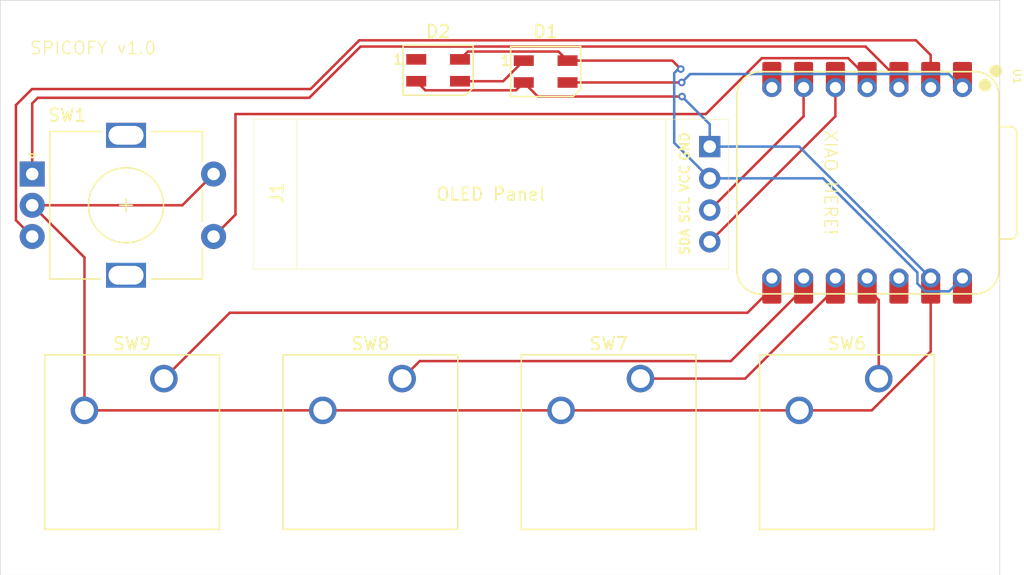
<source format=kicad_pcb>
(kicad_pcb (version 20241229) (generator "pcbnew") (generator_version "9.0")
  (layers (0 "F.Cu" signal) (2 "B.Cu" signal) (13 "F.Paste" user) (15 "B.Paste" user) (5 "F.SilkS" user "F.Silkscreen") (7 "B.SilkS" user "B.Silkscreen") (1 "F.Mask" user) (3 "B.Mask" user) (25 "Edge.Cuts" user))
  (net 0 "")
  (net 1 "Net-(D1-DIN)")
  (net 2 "GND")
  (net 3 "Net-(D1-DOUT)")
  (net 4 "+5V")
  (net 6 "Net-(J1-Pin_3)")
  (net 7 "Net-(J1-Pin_4)")
  (net 8 "Net-(U1-GPIO29{slash}ADC3{slash}A3)")
  (net 9 "Net-(U1-GPIO27{slash}ADC1{slash}A1)")
  (net 10 "Net-(U1-GPIO28{slash}ADC2{slash}A2)")
  (net 11 "Net-(U1-GPIO3{slash}MOSI)")
  (net 12 "Net-(U1-GPIO4{slash}MISO)")
  (net 13 "Net-(U1-GPIO2{slash}SCK)")
  (net 14 "Net-(U1-GPIO1{slash}RX)")
  (footprint "oled_0p91_hackday:SSD1306-0.91-OLED-4pin-128x32" (layer "F.Cu") (at 119.215 107.515)
    (property "Reference" "J1" (at 1.9 5.91 90) (layer "F.SilkS"))
    (property "Value" "Conn_01x04_Pin")
    (fp_line (start 0 0) (end 0 12) (stroke (width 0.04)) (layer "F.SilkS"))
    (fp_line (start 0 12) (end 38 12) (stroke (width 0.04)) (layer "F.SilkS"))
    (fp_line (start 3.5 0) (end 3.5 12) (stroke (width 0.04)) (layer "F.SilkS"))
    (fp_line (start 33 0) (end 33 12) (stroke (width 0.04)) (layer "F.SilkS"))
    (fp_line (start 38 0) (end 0 0) (stroke (width 0.04)) (layer "F.SilkS"))
    (fp_line (start 38 12) (end 38 0) (stroke (width 0.04)) (layer "F.SilkS"))
    (fp_text user "SDA" (at 34.5 9.81 270) (layer "F.SilkS") (effects (font (size 0.75 0.75))))
    (fp_text user "OLED Panel" (at 19 6 0) (layer "F.SilkS"))
    (fp_text user "GND" (at 34.5 2.19 270) (layer "F.SilkS") (effects (font (size 0.75 0.75))))
    (fp_text user "SCL" (at 34.5 7.27 270) (layer "F.SilkS") (effects (font (size 0.75 0.75))))
    (fp_text user "VCC" (at 34.5 4.73 270) (layer "F.SilkS") (effects (font (size 0.75 0.75))))
    (pad "1" thru_hole rect (at 36.5 2.19) (size 1.7 1.7) (drill 1) (layers "*.Cu" "*.Mask") (net 2 "GND"))
    (pad "2" thru_hole oval (at 36.5 4.73) (size 1.7 1.7) (drill 1) (layers "*.Cu" "*.Mask") (net 4 "+5V"))
    (pad "3" thru_hole oval (at 36.5 7.27) (size 1.7 1.7) (drill 1) (layers "*.Cu" "*.Mask") (net 6 "Net-(J1-Pin_3)"))
    (pad "4" thru_hole oval (at 36.5 9.81) (size 1.7 1.7) (drill 1) (layers "*.Cu" "*.Mask") (net 7 "Net-(J1-Pin_4)"))
  )
  (footprint "rotaryEncoders_hackday:RotaryEncoder_Alps_EC11E-Switch_Vertical_H20mm" (layer "F.Cu") (at 101.55 111.9)
    (property "Reference" "SW1" (at 2.8 -4.7 0) (layer "F.SilkS"))
    (property "Value" "RotaryEncoder_Switch")
    (fp_line (start -0.3 -1.6) (end 0.3 -1.6) (stroke (width 0.12)) (layer "F.SilkS"))
    (fp_line (start 0 -1.3) (end -0.3 -1.6) (stroke (width 0.12)) (layer "F.SilkS"))
    (fp_line (start 0.3 -1.6) (end 0 -1.3) (stroke (width 0.12)) (layer "F.SilkS"))
    (fp_line (start 1.4 -3.4) (end 1.4 8.4) (stroke (width 0.12)) (layer "F.SilkS"))
    (fp_line (start 5.5 -3.4) (end 1.4 -3.4) (stroke (width 0.12)) (layer "F.SilkS"))
    (fp_line (start 5.5 8.4) (end 1.4 8.4) (stroke (width 0.12)) (layer "F.SilkS"))
    (fp_line (start 7 2.5) (end 8 2.5) (stroke (width 0.12)) (layer "F.SilkS"))
    (fp_line (start 7.5 2) (end 7.5 3) (stroke (width 0.12)) (layer "F.SilkS"))
    (fp_line (start 9.5 -3.4) (end 13.6 -3.4) (stroke (width 0.12)) (layer "F.SilkS"))
    (fp_line (start 13.6 -3.4) (end 13.6 -1) (stroke (width 0.12)) (layer "F.SilkS"))
    (fp_line (start 13.6 1.2) (end 13.6 3.8) (stroke (width 0.12)) (layer "F.SilkS"))
    (fp_line (start 13.6 6) (end 13.6 8.4) (stroke (width 0.12)) (layer "F.SilkS"))
    (fp_line (start 13.6 8.4) (end 9.5 8.4) (stroke (width 0.12)) (layer "F.SilkS"))
    (fp_circle (center 7.5 2.5) (end 10.5 2.5) (stroke (width 0.12)) (fill no) (layer "F.SilkS"))
    (pad "A" thru_hole rect (at 0 0) (size 2 2) (drill 1) (layers "*.Cu" "*.Mask") (net 10 "Net-(U1-GPIO28{slash}ADC2{slash}A2)"))
    (pad "B" thru_hole circle (at 0 5) (size 2 2) (drill 1) (layers "*.Cu" "*.Mask") (net 9 "Net-(U1-GPIO27{slash}ADC1{slash}A1)"))
    (pad "C" thru_hole circle (at 0 2.5) (size 2 2) (drill 1) (layers "*.Cu" "*.Mask") (net 2 "GND"))
    (pad "MP" thru_hole rect (at 7.5 -3.1) (size 3.2 2) (drill oval 2.8 1.5) (layers "*.Cu" "*.Mask"))
    (pad "MP" thru_hole rect (at 7.5 8.1) (size 3.2 2) (drill oval 2.8 1.5) (layers "*.Cu" "*.Mask"))
    (pad "S1" thru_hole circle (at 14.5 5) (size 2 2) (drill 1) (layers "*.Cu" "*.Mask") (net 8 "Net-(U1-GPIO29{slash}ADC3{slash}A3)"))
    (pad "S2" thru_hole circle (at 14.5 0) (size 2 2) (drill 1) (layers "*.Cu" "*.Mask") (net 2 "GND"))
  )
  (footprint "LED_SMD:LED_SK6812MINI_PLCC4_3.5x3.5mm_P1.75mm" (layer "F.Cu") (at 142.6 103.7)
    (property "Reference" "D1" (at 0 -3.2 0) (layer "F.SilkS"))
    (property "Value" "SK6812MINI")
    (fp_line (start -2.8 -2) (end -2.8 2) (stroke (width 0.12)) (layer "F.SilkS"))
    (fp_line (start -2.8 -2) (end 2.8 -2) (stroke (width 0.12)) (layer "F.SilkS"))
    (fp_line (start -2.8 2) (end 2.2 2) (stroke (width 0.12)) (layer "F.SilkS"))
    (fp_line (start 2.8 1.4) (end 2.2 2) (stroke (width 0.12)) (layer "F.SilkS"))
    (fp_line (start 2.8 1.4) (end 2.8 -2) (stroke (width 0.12)) (layer "F.SilkS"))
    (fp_text user "1" (at -3.2 -0.875 0) (layer "F.SilkS") (effects (font (size 0.8 0.8))))
    (pad "1" smd rect (at -1.75 -0.875) (size 1.6 0.85) (layers "F.Cu" "F.Mask" "F.Paste") (net 3 "Net-(D1-DOUT)"))
    (pad "2" smd rect (at -1.75 0.875) (size 1.6 0.85) (layers "F.Cu" "F.Mask" "F.Paste") (net 2 "GND"))
    (pad "3" smd rect (at 1.75 0.875) (size 1.6 0.85) (layers "F.Cu" "F.Mask" "F.Paste") (net 1 "Net-(D1-DIN)"))
    (pad "4" smd rect (at 1.75 -0.875) (size 1.6 0.85) (layers "F.Cu" "F.Mask" "F.Paste") (net 4 "+5V"))
  )
  (footprint "Button_Switch_Keyboard:SW_Cherry_MX_1.00u_PCB" (layer "F.Cu") (at 131.1275 128.27)
    (property "Reference" "SW8" (at -2.54 -2.794 0) (layer "F.SilkS"))
    (property "Value" "SW_Push")
    (fp_line (start -9.525 -1.905) (end 4.445 -1.905) (stroke (width 0.12)) (layer "F.SilkS"))
    (fp_line (start -9.525 12.065) (end -9.525 -1.905) (stroke (width 0.12)) (layer "F.SilkS"))
    (fp_line (start 4.445 -1.905) (end 4.445 12.065) (stroke (width 0.12)) (layer "F.SilkS"))
    (fp_line (start 4.445 12.065) (end -9.525 12.065) (stroke (width 0.12)) (layer "F.SilkS"))
    (pad "" np_thru_hole circle (at -7.62 5.08) (size 1.7 1.7) (drill 1.7) (layers "*.Cu" "*.Mask"))
    (pad "" np_thru_hole circle (at -2.54 5.08) (size 4 4) (drill 4) (layers "*.Cu" "*.Mask"))
    (pad "" np_thru_hole circle (at 2.54 5.08) (size 1.7 1.7) (drill 1.7) (layers "*.Cu" "*.Mask"))
    (pad "1" thru_hole circle (at 0 0) (size 2.2 2.2) (drill 1.5) (layers "*.Cu" "*.Mask") (net 13 "Net-(U1-GPIO2{slash}SCK)"))
    (pad "2" thru_hole circle (at -6.35 2.54) (size 2.2 2.2) (drill 1.5) (layers "*.Cu" "*.Mask") (net 2 "GND"))
  )
  (footprint "Button_Switch_Keyboard:SW_Cherry_MX_1.00u_PCB" (layer "F.Cu") (at 150.1775 128.27)
    (property "Reference" "SW7" (at -2.54 -2.794 0) (layer "F.SilkS"))
    (property "Value" "SW_Push")
    (fp_line (start -9.525 -1.905) (end 4.445 -1.905) (stroke (width 0.12)) (layer "F.SilkS"))
    (fp_line (start -9.525 12.065) (end -9.525 -1.905) (stroke (width 0.12)) (layer "F.SilkS"))
    (fp_line (start 4.445 -1.905) (end 4.445 12.065) (stroke (width 0.12)) (layer "F.SilkS"))
    (fp_line (start 4.445 12.065) (end -9.525 12.065) (stroke (width 0.12)) (layer "F.SilkS"))
    (pad "" np_thru_hole circle (at -7.62 5.08) (size 1.7 1.7) (drill 1.7) (layers "*.Cu" "*.Mask"))
    (pad "" np_thru_hole circle (at -2.54 5.08) (size 4 4) (drill 4) (layers "*.Cu" "*.Mask"))
    (pad "" np_thru_hole circle (at 2.54 5.08) (size 1.7 1.7) (drill 1.7) (layers "*.Cu" "*.Mask"))
    (pad "1" thru_hole circle (at 0 0) (size 2.2 2.2) (drill 1.5) (layers "*.Cu" "*.Mask") (net 12 "Net-(U1-GPIO4{slash}MISO)"))
    (pad "2" thru_hole circle (at -6.35 2.54) (size 2.2 2.2) (drill 1.5) (layers "*.Cu" "*.Mask") (net 2 "GND"))
  )
  (footprint "LED_SMD:LED_SK6812MINI_PLCC4_3.5x3.5mm_P1.75mm" (layer "F.Cu") (at 134 103.6)
    (property "Reference" "D2" (at 0 -3.1 0) (layer "F.SilkS"))
    (property "Value" "SK6812MINI")
    (fp_line (start -2.8 -2) (end -2.8 2) (stroke (width 0.12)) (layer "F.SilkS"))
    (fp_line (start -2.8 -2) (end 2.8 -2) (stroke (width 0.12)) (layer "F.SilkS"))
    (fp_line (start -2.8 2) (end 2.2 2) (stroke (width 0.12)) (layer "F.SilkS"))
    (fp_line (start 2.8 1.4) (end 2.2 2) (stroke (width 0.12)) (layer "F.SilkS"))
    (fp_line (start 2.8 1.4) (end 2.8 -2) (stroke (width 0.12)) (layer "F.SilkS"))
    (fp_text user "1" (at -3.2 -0.875 0) (layer "F.SilkS") (effects (font (size 0.8 0.8))))
    (pad "1" smd rect (at -1.75 -0.875) (size 1.6 0.85) (layers "F.Cu" "F.Mask" "F.Paste"))
    (pad "2" smd rect (at -1.75 0.875) (size 1.6 0.85) (layers "F.Cu" "F.Mask" "F.Paste") (net 2 "GND"))
    (pad "3" smd rect (at 1.75 0.875) (size 1.6 0.85) (layers "F.Cu" "F.Mask" "F.Paste") (net 3 "Net-(D1-DOUT)"))
    (pad "4" smd rect (at 1.75 -0.875) (size 1.6 0.85) (layers "F.Cu" "F.Mask" "F.Paste") (net 4 "+5V"))
  )
  (footprint "Button_Switch_Keyboard:SW_Cherry_MX_1.00u_PCB" (layer "F.Cu") (at 112.0775 128.27)
    (property "Reference" "SW9" (at -2.54 -2.794 0) (layer "F.SilkS"))
    (property "Value" "SW_Push")
    (fp_line (start -9.525 -1.905) (end 4.445 -1.905) (stroke (width 0.12)) (layer "F.SilkS"))
    (fp_line (start -9.525 12.065) (end -9.525 -1.905) (stroke (width 0.12)) (layer "F.SilkS"))
    (fp_line (start 4.445 -1.905) (end 4.445 12.065) (stroke (width 0.12)) (layer "F.SilkS"))
    (fp_line (start 4.445 12.065) (end -9.525 12.065) (stroke (width 0.12)) (layer "F.SilkS"))
    (pad "" np_thru_hole circle (at -7.62 5.08) (size 1.7 1.7) (drill 1.7) (layers "*.Cu" "*.Mask"))
    (pad "" np_thru_hole circle (at -2.54 5.08) (size 4 4) (drill 4) (layers "*.Cu" "*.Mask"))
    (pad "" np_thru_hole circle (at 2.54 5.08) (size 1.7 1.7) (drill 1.7) (layers "*.Cu" "*.Mask"))
    (pad "1" thru_hole circle (at 0 0) (size 2.2 2.2) (drill 1.5) (layers "*.Cu" "*.Mask") (net 14 "Net-(U1-GPIO1{slash}RX)"))
    (pad "2" thru_hole circle (at -6.35 2.54) (size 2.2 2.2) (drill 1.5) (layers "*.Cu" "*.Mask") (net 2 "GND"))
  )
  (footprint "Button_Switch_Keyboard:SW_Cherry_MX_1.00u_PCB" (layer "F.Cu") (at 169.2275 128.27)
    (property "Reference" "SW6" (at -2.54 -2.794 0) (layer "F.SilkS"))
    (property "Value" "SW_Push")
    (fp_line (start -9.525 -1.905) (end 4.445 -1.905) (stroke (width 0.12)) (layer "F.SilkS"))
    (fp_line (start -9.525 12.065) (end -9.525 -1.905) (stroke (width 0.12)) (layer "F.SilkS"))
    (fp_line (start 4.445 -1.905) (end 4.445 12.065) (stroke (width 0.12)) (layer "F.SilkS"))
    (fp_line (start 4.445 12.065) (end -9.525 12.065) (stroke (width 0.12)) (layer "F.SilkS"))
    (pad "" np_thru_hole circle (at -7.62 5.08) (size 1.7 1.7) (drill 1.7) (layers "*.Cu" "*.Mask"))
    (pad "" np_thru_hole circle (at -2.54 5.08) (size 4 4) (drill 4) (layers "*.Cu" "*.Mask"))
    (pad "" np_thru_hole circle (at 2.54 5.08) (size 1.7 1.7) (drill 1.7) (layers "*.Cu" "*.Mask"))
    (pad "1" thru_hole circle (at 0 0) (size 2.2 2.2) (drill 1.5) (layers "*.Cu" "*.Mask") (net 11 "Net-(U1-GPIO3{slash}MOSI)"))
    (pad "2" thru_hole circle (at -6.35 2.54) (size 2.2 2.2) (drill 1.5) (layers "*.Cu" "*.Mask") (net 2 "GND"))
  )
  (footprint "OPL_SEEED:XIAO-RP2040-DIP" (layer "F.Cu") (at 168.3 112.6 -90)
    (property "Reference" "U1" (at -8.5 -12 270) (layer "F.SilkS") (effects (font (size 0.635 0.635) (thickness 0.1016))))
    (property "Value" "XIAO-RP2040-DIP")
    (fp_line (start -6.985 10.414) (end 6.985 10.414) (stroke (width 0.127)) (layer "F.SilkS"))
    (fp_line (start -8.89 8.509) (end -8.89 -8.636) (stroke (width 0.127)) (layer "F.SilkS"))
    (fp_line (start 8.89 8.509) (end 8.89 -8.636) (stroke (width 0.127)) (layer "F.SilkS"))
    (fp_line (start -4.495 -10.541) (end -4.491272 -11.451272) (stroke (width 0.127)) (layer "F.SilkS"))
    (fp_line (start 6.985 -10.541) (end -6.985 -10.541) (stroke (width 0.1)) (layer "F.SilkS"))
    (fp_line (start 6.985 -10.541) (end -6.985 -10.541) (stroke (width 0.127)) (layer "F.SilkS"))
    (fp_line (start 4.504 -11.451) (end 4.504 -10.541) (stroke (width 0.127)) (layer "F.SilkS"))
    (fp_line (start -3.991272 -11.951) (end 4.004 -11.951) (stroke (width 0.127)) (layer "F.SilkS"))
    (fp_arc (start -6.985 10.414) (mid -8.332038 9.856038) (end -8.89 8.509) (stroke (width 0.127)) (layer "F.SilkS"))
    (fp_arc (start 8.89 8.509) (mid 8.332038 9.856038) (end 6.985 10.414) (stroke (width 0.127)) (layer "F.SilkS"))
    (fp_arc (start -8.89 -8.636) (mid -8.332038 -9.983038) (end -6.985 -10.541) (stroke (width 0.127)) (layer "F.SilkS"))
    (fp_arc (start 6.985 -10.541) (mid 8.332038 -9.983038) (end 8.89 -8.636) (stroke (width 0.127)) (layer "F.SilkS"))
    (fp_arc (start -4.491272 -11.451272) (mid -4.344728 -11.80464) (end -3.991272 -11.951) (stroke (width 0.127)) (layer "F.SilkS"))
    (fp_arc (start 4.004 -11.951) (mid 4.357553 -11.804553) (end 4.504 -11.451) (stroke (width 0.127)) (layer "F.SilkS"))
    (fp_circle (center -7.807 -9.42) (end -7.807 -9.674) (stroke (width 0.5)) (fill yes) (layer "F.SilkS"))
    (fp_circle (center -8.95 -10.3) (end -8.95 -10.554) (stroke (width 0.5)) (fill yes) (layer "F.SilkS"))
    (pad "1" smd roundrect (at -8.455 -7.62 90) (size 2.432 1.524) (layers "F.Cu" "F.Mask") (roundrect_rratio 0.1) (net 1 "Net-(D1-DIN)"))
    (pad "1" thru_hole circle (at -7.62 -7.62 90) (size 1.524 1.524) (drill 0.889) (layers "*.Cu" "*.Mask") (net 1 "Net-(D1-DIN)"))
    (pad "2" smd roundrect (at -8.455 -5.08 90) (size 2.432 1.524) (layers "F.Cu" "F.Mask") (roundrect_rratio 0.1) (net 9 "Net-(U1-GPIO27{slash}ADC1{slash}A1)"))
    (pad "2" thru_hole circle (at -7.62 -5.08 90) (size 1.524 1.524) (drill 0.889) (layers "*.Cu" "*.Mask") (net 9 "Net-(U1-GPIO27{slash}ADC1{slash}A1)"))
    (pad "3" smd roundrect (at -8.455 -2.54 90) (size 2.432 1.524) (layers "F.Cu" "F.Mask") (roundrect_rratio 0.1) (net 10 "Net-(U1-GPIO28{slash}ADC2{slash}A2)"))
    (pad "3" thru_hole circle (at -7.62 -2.54 90) (size 1.524 1.524) (drill 0.889) (layers "*.Cu" "*.Mask") (net 10 "Net-(U1-GPIO28{slash}ADC2{slash}A2)"))
    (pad "4" smd roundrect (at -8.455 0 90) (size 2.432 1.524) (layers "F.Cu" "F.Mask") (roundrect_rratio 0.1) (net 8 "Net-(U1-GPIO29{slash}ADC3{slash}A3)"))
    (pad "4" thru_hole circle (at -7.62 0 90) (size 1.524 1.524) (drill 0.889) (layers "*.Cu" "*.Mask") (net 8 "Net-(U1-GPIO29{slash}ADC3{slash}A3)"))
    (pad "5" smd roundrect (at -8.455 2.54 90) (size 2.432 1.524) (layers "F.Cu" "F.Mask") (roundrect_rratio 0.1) (net 7 "Net-(J1-Pin_4)"))
    (pad "5" thru_hole circle (at -7.62 2.54 90) (size 1.524 1.524) (drill 0.889) (layers "*.Cu" "*.Mask") (net 7 "Net-(J1-Pin_4)"))
    (pad "6" smd roundrect (at -8.455 5.08 90) (size 2.432 1.524) (layers "F.Cu" "F.Mask") (roundrect_rratio 0.1) (net 6 "Net-(J1-Pin_3)"))
    (pad "6" thru_hole circle (at -7.62 5.08 90) (size 1.524 1.524) (drill 0.889) (layers "*.Cu" "*.Mask") (net 6 "Net-(J1-Pin_3)"))
    (pad "7" smd roundrect (at -8.455 7.62 90) (size 2.432 1.524) (layers "F.Cu" "F.Mask") (roundrect_rratio 0.1))
    (pad "7" thru_hole circle (at -7.62 7.62 90) (size 1.524 1.524) (drill 0.889) (layers "*.Cu" "*.Mask"))
    (pad "8" thru_hole circle (at 7.62 7.62 270) (size 1.524 1.524) (drill 0.889) (layers "*.Cu" "*.Mask") (net 14 "Net-(U1-GPIO1{slash}RX)"))
    (pad "8" smd roundrect (at 8.455 7.62 270) (size 2.432 1.524) (layers "F.Cu" "F.Mask") (roundrect_rratio 0.1) (net 14 "Net-(U1-GPIO1{slash}RX)"))
    (pad "9" thru_hole circle (at 7.62 5.08 270) (size 1.524 1.524) (drill 0.889) (layers "*.Cu" "*.Mask") (net 13 "Net-(U1-GPIO2{slash}SCK)"))
    (pad "9" smd roundrect (at 8.455 5.08 270) (size 2.432 1.524) (layers "F.Cu" "F.Mask") (roundrect_rratio 0.1) (net 13 "Net-(U1-GPIO2{slash}SCK)"))
    (pad "10" thru_hole circle (at 7.62 2.54 270) (size 1.524 1.524) (drill 0.889) (layers "*.Cu" "*.Mask") (net 12 "Net-(U1-GPIO4{slash}MISO)"))
    (pad "10" smd roundrect (at 8.455 2.54 270) (size 2.432 1.524) (layers "F.Cu" "F.Mask") (roundrect_rratio 0.1) (net 12 "Net-(U1-GPIO4{slash}MISO)"))
    (pad "11" thru_hole circle (at 7.62 0 270) (size 1.524 1.524) (drill 0.889) (layers "*.Cu" "*.Mask") (net 11 "Net-(U1-GPIO3{slash}MOSI)"))
    (pad "11" smd roundrect (at 8.455 0 270) (size 2.432 1.524) (layers "F.Cu" "F.Mask") (roundrect_rratio 0.1) (net 11 "Net-(U1-GPIO3{slash}MOSI)"))
    (pad "12" thru_hole circle (at 7.62 -2.54 270) (size 1.524 1.524) (drill 0.889) (layers "*.Cu" "*.Mask"))
    (pad "12" smd roundrect (at 8.455 -2.54 270) (size 2.432 1.524) (layers "F.Cu" "F.Mask") (roundrect_rratio 0.1))
    (pad "13" thru_hole circle (at 7.62 -5.08 270) (size 1.524 1.524) (drill 0.889) (layers "*.Cu" "*.Mask") (net 2 "GND"))
    (pad "13" smd roundrect (at 8.455 -5.08 270) (size 2.432 1.524) (layers "F.Cu" "F.Mask") (roundrect_rratio 0.1) (net 2 "GND"))
    (pad "14" thru_hole circle (at 7.62 -7.62 270) (size 1.524 1.524) (drill 0.889) (layers "*.Cu" "*.Mask") (net 4 "+5V"))
    (pad "14" smd roundrect (at 8.455 -7.62 270) (size 2.432 1.524) (layers "F.Cu" "F.Mask") (roundrect_rratio 0.1) (net 4 "+5V"))
  )
  (gr_rect (start 99 98) (end 178.9 144) (stroke (width 0.05)) (fill no) (layer "Edge.Cuts"))
  (gr_text "SPICOFY v1.0" (at 101.3 102.4 0) (layer "F.SilkS") (effects (font (size 1 1) (thickness 0.1)) (justify left bottom)))
  (gr_text "XIAO HERE!" (at 164.8 108.3 270) (layer "F.SilkS") (effects (font (size 1 1) (thickness 0.1)) (justify left bottom)))
  (segment (start 144.35 104.575) (end 153.475 104.575) (width 0.2) (layer "F.Cu") (net 1))
  (segment (start 153.5 104.6) (end 153.475 104.575) (width 0.2) (layer "F.Cu") (net 1))
  (via (at 153.475 104.575) (size 0.6) (drill 0.3) (layers "F.Cu" "B.Cu") (net 1))
  (segment (start 153.475 104.575) (end 154.15 103.9) (width 0.2) (layer "B.Cu") (net 1))
  (segment (start 154.15 103.9) (end 174.84 103.9) (width 0.2) (layer "B.Cu") (net 1))
  (segment (start 174.84 103.9) (end 175.92 104.98) (width 0.2) (layer "B.Cu") (net 1))
  (segment (start 140.224 105.201) (end 132.976 105.201) (width 0.2) (layer "F.Cu") (net 2))
  (segment (start 162.8775 130.81) (end 143.8275 130.81) (width 0.2) (layer "F.Cu") (net 2))
  (segment (start 140.85 104.575) (end 141.175 104.575) (width 0.2) (layer "F.Cu") (net 2))
  (segment (start 173.38 126.098814) (end 173.38 121.055) (width 0.2) (layer "F.Cu") (net 2))
  (segment (start 140.85 104.575) (end 140.224 105.201) (width 0.2) (layer "F.Cu") (net 2))
  (segment (start 155.715 109.705) (end 155.895 109.705) (width 0.2) (layer "F.Cu") (net 2))
  (segment (start 155.705 109.705) (end 155.5 109.5) (width 0.2) (layer "F.Cu") (net 2))
  (segment (start 140.85 104.575) (end 141.975 105.7) (width 0.2) (layer "F.Cu") (net 2))
  (segment (start 101.55 114.4) (end 105.7275 118.5775) (width 0.2) (layer "F.Cu") (net 2))
  (segment (start 173.38 120.22) (end 173.38 121.055) (width 0.2) (layer "F.Cu") (net 2))
  (segment (start 168.668814 130.81) (end 173.38 126.098814) (width 0.2) (layer "F.Cu") (net 2))
  (segment (start 143.8275 130.81) (end 124.7775 130.81) (width 0.2) (layer "F.Cu") (net 2))
  (segment (start 132.976 105.201) (end 132.25 104.475) (width 0.2) (layer "F.Cu") (net 2))
  (segment (start 106.2 130.7) (end 105.8375 130.7) (width 0.2) (layer "F.Cu") (net 2))
  (segment (start 124.7775 130.81) (end 105.7275 130.81) (width 0.2) (layer "F.Cu") (net 2))
  (segment (start 162.8775 130.81) (end 168.668814 130.81) (width 0.2) (layer "F.Cu") (net 2))
  (segment (start 105.8375 130.7) (end 105.7275 130.81) (width 0.2) (layer "F.Cu") (net 2))
  (segment (start 141.2 104.6) (end 141.175 104.575) (width 0.2) (layer "F.Cu") (net 2))
  (segment (start 141.975 105.7) (end 153.5 105.7) (width 0.2) (layer "F.Cu") (net 2))
  (segment (start 155.705 109.705) (end 155.715 109.705) (width 0.2) (layer "F.Cu") (net 2))
  (segment (start 105.7275 118.5775) (end 105.7275 130.81) (width 0.2) (layer "F.Cu") (net 2))
  (segment (start 155.895 109.705) (end 156 109.6) (width 0.2) (layer "F.Cu") (net 2))
  (segment (start 116.05 111.9) (end 113.55 114.4) (width 0.2) (layer "F.Cu") (net 2))
  (segment (start 113.55 114.4) (end 101.55 114.4) (width 0.2) (layer "F.Cu") (net 2))
  (via (at 153.5 105.7) (size 0.6) (drill 0.3) (layers "F.Cu" "B.Cu") (net 2))
  (segment (start 155.715 107.915) (end 155.715 109.705) (width 0.2) (layer "B.Cu") (net 2))
  (segment (start 155.715 109.705) (end 162.865 109.705) (width 0.2) (layer "B.Cu") (net 2))
  (segment (start 153.5 105.7) (end 155.715 107.915) (width 0.2) (layer "B.Cu") (net 2))
  (segment (start 116.05 111.9) (end 116.1 111.9) (width 0.2) (layer "B.Cu") (net 2))
  (segment (start 162.865 109.705) (end 173.38 120.22) (width 0.2) (layer "B.Cu") (net 2))
  (segment (start 135.75 104.475) (end 139.2 104.475) (width 0.2) (layer "F.Cu") (net 3))
  (segment (start 139.2 104.475) (end 140.85 102.825) (width 0.2) (layer "F.Cu") (net 3))
  (segment (start 155.76 112.2) (end 155.9 112.2) (width 0.2) (layer "F.Cu") (net 4))
  (segment (start 136.375 102.1) (end 143.625 102.1) (width 0.2) (layer "F.Cu") (net 4))
  (segment (start 144.35 102.825) (end 152.725 102.825) (width 0.2) (layer "F.Cu") (net 4))
  (segment (start 152.725 102.825) (end 153.4 103.5) (width 0.2) (layer "F.Cu") (net 4))
  (segment (start 143.625 102.1) (end 144.35 102.825) (width 0.2) (layer "F.Cu") (net 4))
  (segment (start 135.75 102.725) (end 136.375 102.1) (width 0.2) (layer "F.Cu") (net 4))
  (segment (start 155.715 112.245) (end 155.76 112.2) (width 0.2) (layer "F.Cu") (net 4))
  (via (at 153.4 103.5) (size 0.6) (drill 0.3) (layers "F.Cu" "B.Cu") (net 4))
  (segment (start 152.874 103.826) (end 152.874 109.404) (width 0.2) (layer "B.Cu") (net 4))
  (segment (start 152.874 109.404) (end 155.715 112.245) (width 0.2) (layer "B.Cu") (net 4))
  (segment (start 172.317 119.77969) (end 172.317 120.66031) (width 0.2) (layer "B.Cu") (net 4))
  (segment (start 152.874 103.826) (end 153.2 103.5) (width 0.2) (layer "B.Cu") (net 4))
  (segment (start 155.715 112.245) (end 164.78231 112.245) (width 0.2) (layer "B.Cu") (net 4))
  (segment (start 164.78231 112.245) (end 172.317 119.77969) (width 0.2) (layer "B.Cu") (net 4))
  (segment (start 172.317 120.66031) (end 172.93969 121.283) (width 0.2) (layer "B.Cu") (net 4))
  (segment (start 174.857 121.283) (end 175.92 120.22) (width 0.2) (layer "B.Cu") (net 4))
  (segment (start 153.2 103.5) (end 153.4 103.5) (width 0.2) (layer "B.Cu") (net 4))
  (segment (start 172.93969 121.283) (end 174.857 121.283) (width 0.2) (layer "B.Cu") (net 4))
  (segment (start 163.22 107.28) (end 163.22 104.98) (width 0.2) (layer "F.Cu") (net 6))
  (segment (start 155.715 114.785) (end 155.7 114.77) (width 0.2) (layer "F.Cu") (net 6))
  (segment (start 155.7 114.77) (end 155.7 114.4) (width 0.2) (layer "F.Cu") (net 6))
  (segment (start 155.715 114.785) (end 163.22 107.28) (width 0.2) (layer "F.Cu") (net 6))
  (segment (start 165.76 107.28) (end 165.76 104.98) (width 0.2) (layer "F.Cu") (net 7))
  (segment (start 155.715 117.325) (end 165.76 107.28) (width 0.2) (layer "F.Cu") (net 7))
  (segment (start 155.675 117.325) (end 155.6 117.4) (width 0.2) (layer "B.Cu") (net 7))
  (segment (start 155.715 117.325) (end 155.675 117.325) (width 0.2) (layer "B.Cu") (net 7))
  (segment (start 116.05 116.9) (end 117.8 115.15) (width 0.2) (layer "F.Cu") (net 8))
  (segment (start 117.8 107.1) (end 155.406374 107.1) (width 0.2) (layer "F.Cu") (net 8))
  (segment (start 116.05 116.9) (end 116.05 116.85) (width 0.2) (layer "F.Cu") (net 8))
  (segment (start 159.878374 102.628) (end 159.9 102.628) (width 0.2) (layer "F.Cu") (net 8))
  (segment (start 159.878374 102.628) (end 166.783 102.628) (width 0.2) (layer "F.Cu") (net 8))
  (segment (start 116.05 116.85) (end 116 116.8) (width 0.2) (layer "F.Cu") (net 8))
  (segment (start 155.406374 107.1) (end 159.878374 102.628) (width 0.2) (layer "F.Cu") (net 8))
  (segment (start 166.783 102.628) (end 168.3 104.145) (width 0.2) (layer "F.Cu") (net 8))
  (segment (start 117.8 115.15) (end 117.8 107.1) (width 0.2) (layer "F.Cu") (net 8))
  (segment (start 101.9 116.9) (end 102.1 116.7) (width 0.2) (layer "F.Cu") (net 9))
  (segment (start 101.55 116.9) (end 100.249 115.599) (width 0.2) (layer "F.Cu") (net 9))
  (segment (start 100.249 106.3839) (end 101.5339 105.099) (width 0.2) (layer "F.Cu") (net 9))
  (segment (start 101.5339 105.099) (end 123.801 105.099) (width 0.2) (layer "F.Cu") (net 9))
  (segment (start 100.249 115.599) (end 100.249 106.3839) (width 0.2) (layer "F.Cu") (net 9))
  (segment (start 101.55 116.9) (end 101.9 116.9) (width 0.2) (layer "F.Cu") (net 9))
  (segment (start 173.38 102.38) (end 173.38 104.145) (width 0.2) (layer "F.Cu") (net 9))
  (segment (start 127.7 101.2) (end 172.2 101.2) (width 0.2) (layer "F.Cu") (net 9))
  (segment (start 123.801 105.099) (end 127.7 101.2) (width 0.2) (layer "F.Cu") (net 9))
  (segment (start 172.2 101.2) (end 173.38 102.38) (width 0.2) (layer "F.Cu") (net 9))
  (segment (start 101.55 106.25) (end 102 105.8) (width 0.2) (layer "F.Cu") (net 10))
  (segment (start 127.801 101.699) (end 168.172626 101.699) (width 0.2) (layer "F.Cu") (net 10))
  (segment (start 170.84 104.366374) (end 170.84 104.98) (width 0.2) (layer "F.Cu") (net 10))
  (segment (start 168.172626 101.699) (end 170.84 104.366374) (width 0.2) (layer "F.Cu") (net 10))
  (segment (start 102 105.8) (end 123.7 105.8) (width 0.2) (layer "F.Cu") (net 10))
  (segment (start 123.7 105.8) (end 127.801 101.699) (width 0.2) (layer "F.Cu") (net 10))
  (segment (start 101.55 111.9) (end 101.55 106.25) (width 0.2) (layer "F.Cu") (net 10))
  (segment (start 169.2275 128.27) (end 169.2275 121.9825) (width 0.2) (layer "F.Cu") (net 11))
  (segment (start 169.2275 121.9825) (end 168.3 121.055) (width 0.2) (layer "F.Cu") (net 11))
  (segment (start 150.1775 128.27) (end 158.545 128.27) (width 0.2) (layer "F.Cu") (net 12))
  (segment (start 158.545 128.27) (end 165.76 121.055) (width 0.2) (layer "F.Cu") (net 12))
  (segment (start 157.406 126.869) (end 163.22 121.055) (width 0.2) (layer "F.Cu") (net 13))
  (segment (start 132.5285 126.869) (end 157.406 126.869) (width 0.2) (layer "F.Cu") (net 13))
  (segment (start 131.1275 128.27) (end 132.5285 126.869) (width 0.2) (layer "F.Cu") (net 13))
  (segment (start 158.735 123) (end 160.68 121.055) (width 0.2) (layer "F.Cu") (net 14))
  (segment (start 112.0775 128.27) (end 117.3475 123) (width 0.2) (layer "F.Cu") (net 14))
  (segment (start 117.3475 123) (end 158.735 123) (width 0.2) (layer "F.Cu") (net 14))
)
</source>
